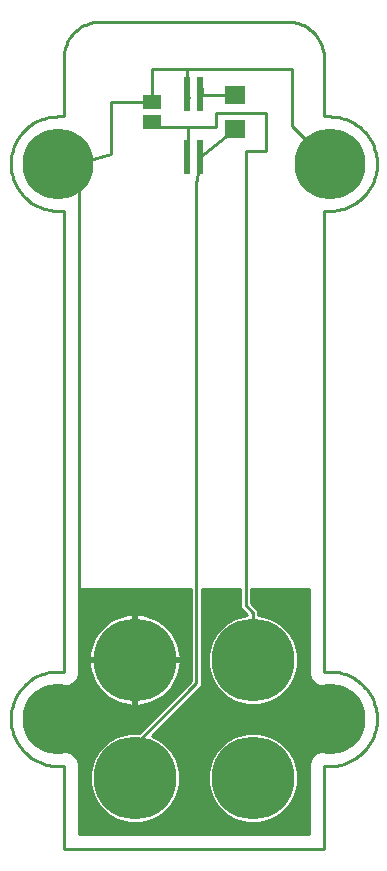
<source format=gtl>
G75*
%MOIN*%
%OFA0B0*%
%FSLAX24Y24*%
%IPPOS*%
%LPD*%
%AMOC8*
5,1,8,0,0,1.08239X$1,22.5*
%
%ADD10C,0.0100*%
%ADD11C,0.2756*%
%ADD12R,0.0710X0.0630*%
%ADD13R,0.0236X0.1181*%
%ADD14R,0.0591X0.0512*%
%ADD15C,0.2362*%
D10*
X001661Y004415D02*
X001904Y004275D01*
X002175Y004203D01*
X002315Y004193D01*
X002612Y004193D01*
X002795Y004117D01*
X002936Y003977D01*
X003012Y003793D01*
X003012Y001437D01*
X010674Y001437D01*
X010674Y003793D01*
X010750Y003977D01*
X010890Y004117D01*
X011074Y004193D01*
X011370Y004193D01*
X011511Y004203D01*
X011782Y004275D01*
X012025Y004415D01*
X012223Y004614D01*
X012363Y004857D01*
X012436Y005128D01*
X012436Y005408D01*
X012363Y005679D01*
X012223Y005922D01*
X012025Y006121D01*
X011782Y006261D01*
X011511Y006334D01*
X011370Y006343D01*
X011074Y006343D01*
X010890Y006419D01*
X010750Y006560D01*
X010674Y006743D01*
X010674Y009599D01*
X008755Y009599D01*
X008755Y009122D01*
X008886Y008991D01*
X008991Y008886D01*
X008991Y008745D01*
X009010Y008745D01*
X009393Y008642D01*
X009737Y008443D01*
X010018Y008163D01*
X010217Y007819D01*
X010319Y007435D01*
X010319Y007038D01*
X010217Y006655D01*
X010018Y006311D01*
X009737Y006030D01*
X009393Y005831D01*
X009010Y005729D01*
X008613Y005729D01*
X008229Y005831D01*
X007886Y006030D01*
X007605Y006311D01*
X007406Y006655D01*
X007303Y007038D01*
X007303Y007435D01*
X007406Y007819D01*
X007605Y008163D01*
X007886Y008443D01*
X008229Y008642D01*
X008613Y008745D01*
X008624Y008745D01*
X008395Y008973D01*
X008395Y009599D01*
X007102Y009599D01*
X007102Y006375D01*
X005437Y004710D01*
X005456Y004705D01*
X005800Y004506D01*
X006081Y004226D01*
X006280Y003882D01*
X006382Y003498D01*
X006382Y003101D01*
X006280Y002718D01*
X006081Y002374D01*
X005800Y002093D01*
X005456Y001894D01*
X005073Y001792D01*
X004676Y001792D01*
X004292Y001894D01*
X003949Y002093D01*
X003668Y002374D01*
X003469Y002718D01*
X003366Y003101D01*
X003366Y003498D01*
X003469Y003882D01*
X003668Y004226D01*
X003949Y004506D01*
X004292Y004705D01*
X004676Y004808D01*
X005025Y004808D01*
X006742Y006524D01*
X006742Y009599D01*
X003012Y009599D01*
X003024Y009638D01*
X003024Y023575D01*
X002827Y023772D01*
X002315Y023772D01*
X002315Y025347D02*
X002236Y025345D01*
X002158Y025339D01*
X002080Y025329D01*
X002003Y025316D01*
X001926Y025298D01*
X001851Y025277D01*
X001776Y025252D01*
X001703Y025223D01*
X001632Y025191D01*
X001562Y025155D01*
X001494Y025116D01*
X001428Y025073D01*
X001364Y025027D01*
X001303Y024979D01*
X001244Y024927D01*
X001188Y024872D01*
X001134Y024814D01*
X001084Y024754D01*
X001036Y024691D01*
X000992Y024627D01*
X000951Y024559D01*
X000913Y024491D01*
X000879Y024420D01*
X000849Y024347D01*
X000822Y024274D01*
X000799Y024199D01*
X000779Y024122D01*
X000764Y024045D01*
X000752Y023968D01*
X000744Y023890D01*
X000740Y023811D01*
X000740Y023733D01*
X000744Y023654D01*
X000752Y023576D01*
X000764Y023499D01*
X000779Y023422D01*
X000799Y023345D01*
X000822Y023270D01*
X000849Y023197D01*
X000879Y023124D01*
X000913Y023053D01*
X000951Y022984D01*
X000992Y022917D01*
X001036Y022853D01*
X001084Y022790D01*
X001134Y022730D01*
X001188Y022672D01*
X001244Y022617D01*
X001303Y022565D01*
X001364Y022517D01*
X001428Y022471D01*
X001494Y022428D01*
X001562Y022389D01*
X001632Y022353D01*
X001703Y022321D01*
X001776Y022292D01*
X001851Y022267D01*
X001926Y022246D01*
X002003Y022228D01*
X002080Y022215D01*
X002158Y022205D01*
X002236Y022199D01*
X002315Y022197D01*
X002512Y022197D01*
X002512Y006843D01*
X002315Y006843D01*
X002315Y006343D02*
X002175Y006334D01*
X001904Y006261D01*
X001661Y006121D01*
X001463Y005922D01*
X001322Y005679D01*
X001250Y005408D01*
X001250Y005128D01*
X001322Y004857D01*
X001463Y004614D01*
X001661Y004415D01*
X001714Y004385D02*
X003827Y004385D01*
X003729Y004286D02*
X001884Y004286D01*
X001593Y004483D02*
X003926Y004483D01*
X004080Y004582D02*
X001495Y004582D01*
X001424Y004680D02*
X004250Y004680D01*
X004569Y004779D02*
X001367Y004779D01*
X001317Y004877D02*
X005095Y004877D01*
X005194Y004976D02*
X001290Y004976D01*
X001264Y005074D02*
X005292Y005074D01*
X005391Y005173D02*
X001250Y005173D01*
X001250Y005271D02*
X005489Y005271D01*
X005588Y005370D02*
X001250Y005370D01*
X001266Y005468D02*
X005686Y005468D01*
X005785Y005567D02*
X001292Y005567D01*
X001319Y005665D02*
X005883Y005665D01*
X005982Y005764D02*
X005283Y005764D01*
X005246Y005753D02*
X005390Y005796D01*
X005528Y005854D01*
X005661Y005924D01*
X005786Y006008D01*
X005902Y006103D01*
X006008Y006209D01*
X006103Y006325D01*
X006187Y006450D01*
X006257Y006583D01*
X006315Y006721D01*
X006358Y006865D01*
X006388Y007012D01*
X006402Y007162D01*
X006402Y007187D01*
X004924Y007187D01*
X004924Y005709D01*
X004949Y005709D01*
X005099Y005723D01*
X005246Y005753D01*
X005545Y005862D02*
X006080Y005862D01*
X006179Y005961D02*
X005715Y005961D01*
X005849Y006059D02*
X006277Y006059D01*
X006376Y006158D02*
X005957Y006158D01*
X006047Y006256D02*
X006474Y006256D01*
X006573Y006355D02*
X006123Y006355D01*
X006188Y006453D02*
X006671Y006453D01*
X006742Y006552D02*
X006241Y006552D01*
X006285Y006650D02*
X006742Y006650D01*
X006742Y006749D02*
X006323Y006749D01*
X006353Y006847D02*
X006742Y006847D01*
X006742Y006946D02*
X006374Y006946D01*
X006391Y007044D02*
X006742Y007044D01*
X006742Y007143D02*
X006401Y007143D01*
X006402Y007287D02*
X006402Y007312D01*
X006388Y007461D01*
X006358Y007608D01*
X006315Y007752D01*
X006257Y007891D01*
X006187Y008023D01*
X006103Y008148D01*
X006008Y008264D01*
X005902Y008370D01*
X005786Y008465D01*
X005661Y008549D01*
X005528Y008620D01*
X005390Y008677D01*
X005246Y008721D01*
X005099Y008750D01*
X004949Y008765D01*
X004924Y008765D01*
X004924Y007287D01*
X004824Y007287D01*
X004824Y007187D01*
X003346Y007187D01*
X003346Y007162D01*
X003361Y007012D01*
X003390Y006865D01*
X003434Y006721D01*
X003491Y006583D01*
X003562Y006450D01*
X003646Y006325D01*
X003741Y006209D01*
X003847Y006103D01*
X003963Y006008D01*
X004088Y005924D01*
X004220Y005854D01*
X004359Y005796D01*
X004503Y005753D01*
X004650Y005723D01*
X004799Y005709D01*
X004824Y005709D01*
X004824Y007187D01*
X004924Y007187D01*
X004924Y007287D01*
X006402Y007287D01*
X006400Y007340D02*
X006742Y007340D01*
X006742Y007438D02*
X006390Y007438D01*
X006373Y007537D02*
X006742Y007537D01*
X006742Y007635D02*
X006350Y007635D01*
X006320Y007734D02*
X006742Y007734D01*
X006742Y007832D02*
X006281Y007832D01*
X006236Y007931D02*
X006742Y007931D01*
X006742Y008029D02*
X006182Y008029D01*
X006117Y008128D02*
X006742Y008128D01*
X006742Y008226D02*
X006039Y008226D01*
X005947Y008325D02*
X006742Y008325D01*
X006742Y008423D02*
X005837Y008423D01*
X005701Y008522D02*
X006742Y008522D01*
X006742Y008620D02*
X005526Y008620D01*
X005252Y008719D02*
X006742Y008719D01*
X006742Y008817D02*
X003012Y008817D01*
X003012Y008719D02*
X004497Y008719D01*
X004503Y008721D02*
X004359Y008677D01*
X004220Y008620D01*
X004088Y008549D01*
X003963Y008465D01*
X003847Y008370D01*
X003741Y008264D01*
X003646Y008148D01*
X003562Y008023D01*
X003491Y007891D01*
X003434Y007752D01*
X003390Y007608D01*
X003361Y007461D01*
X003346Y007312D01*
X003346Y007287D01*
X004824Y007287D01*
X004824Y008765D01*
X004799Y008765D01*
X004650Y008750D01*
X004503Y008721D01*
X004222Y008620D02*
X003012Y008620D01*
X003012Y008522D02*
X004048Y008522D01*
X003912Y008423D02*
X003012Y008423D01*
X003012Y008325D02*
X003802Y008325D01*
X003710Y008226D02*
X003012Y008226D01*
X003012Y008128D02*
X003632Y008128D01*
X003566Y008029D02*
X003012Y008029D01*
X003012Y007931D02*
X003513Y007931D01*
X003467Y007832D02*
X003012Y007832D01*
X003012Y007734D02*
X003429Y007734D01*
X003399Y007635D02*
X003012Y007635D01*
X003012Y007537D02*
X003376Y007537D01*
X003359Y007438D02*
X003012Y007438D01*
X003012Y007340D02*
X003349Y007340D01*
X003348Y007143D02*
X003012Y007143D01*
X003012Y007241D02*
X004824Y007241D01*
X004824Y007143D02*
X004924Y007143D01*
X004924Y007241D02*
X006742Y007241D01*
X007102Y007241D02*
X007303Y007241D01*
X007303Y007143D02*
X007102Y007143D01*
X007102Y007044D02*
X007303Y007044D01*
X007328Y006946D02*
X007102Y006946D01*
X007102Y006847D02*
X007355Y006847D01*
X007381Y006749D02*
X007102Y006749D01*
X007102Y006650D02*
X007409Y006650D01*
X007465Y006552D02*
X007102Y006552D01*
X007102Y006453D02*
X007522Y006453D01*
X007579Y006355D02*
X007082Y006355D01*
X006983Y006256D02*
X007659Y006256D01*
X007758Y006158D02*
X006885Y006158D01*
X006786Y006059D02*
X007856Y006059D01*
X008005Y005961D02*
X006688Y005961D01*
X006589Y005862D02*
X008176Y005862D01*
X008481Y005764D02*
X006491Y005764D01*
X006392Y005665D02*
X012367Y005665D01*
X012394Y005567D02*
X006294Y005567D01*
X006195Y005468D02*
X012420Y005468D01*
X012436Y005370D02*
X006097Y005370D01*
X005998Y005271D02*
X012436Y005271D01*
X012436Y005173D02*
X005900Y005173D01*
X005801Y005074D02*
X012422Y005074D01*
X012395Y004976D02*
X005703Y004976D01*
X005604Y004877D02*
X012369Y004877D01*
X012318Y004779D02*
X009117Y004779D01*
X009010Y004808D02*
X008613Y004808D01*
X008229Y004705D01*
X007886Y004506D01*
X007605Y004226D01*
X007406Y003882D01*
X007303Y003498D01*
X007303Y003101D01*
X007406Y002718D01*
X007605Y002374D01*
X007886Y002093D01*
X008229Y001894D01*
X008613Y001792D01*
X009010Y001792D01*
X009393Y001894D01*
X009737Y002093D01*
X010018Y002374D01*
X010217Y002718D01*
X010319Y003101D01*
X010319Y003498D01*
X010217Y003882D01*
X010018Y004226D01*
X009737Y004506D01*
X009393Y004705D01*
X009010Y004808D01*
X008506Y004779D02*
X005506Y004779D01*
X005499Y004680D02*
X008187Y004680D01*
X008017Y004582D02*
X005669Y004582D01*
X005823Y004483D02*
X007863Y004483D01*
X007764Y004385D02*
X005922Y004385D01*
X006020Y004286D02*
X007666Y004286D01*
X007583Y004188D02*
X006103Y004188D01*
X006160Y004089D02*
X007526Y004089D01*
X007469Y003991D02*
X006217Y003991D01*
X006273Y003892D02*
X007412Y003892D01*
X007383Y003794D02*
X006303Y003794D01*
X006330Y003695D02*
X007356Y003695D01*
X007330Y003597D02*
X006356Y003597D01*
X006382Y003498D02*
X007304Y003498D01*
X007303Y003400D02*
X006382Y003400D01*
X006382Y003301D02*
X007303Y003301D01*
X007303Y003203D02*
X006382Y003203D01*
X006382Y003104D02*
X007303Y003104D01*
X007329Y003006D02*
X006357Y003006D01*
X006330Y002907D02*
X007355Y002907D01*
X007382Y002809D02*
X006304Y002809D01*
X006275Y002710D02*
X007410Y002710D01*
X007467Y002612D02*
X006219Y002612D01*
X006162Y002513D02*
X007524Y002513D01*
X007581Y002415D02*
X006105Y002415D01*
X006024Y002316D02*
X007662Y002316D01*
X007761Y002218D02*
X005925Y002218D01*
X005827Y002119D02*
X007859Y002119D01*
X008010Y002021D02*
X005676Y002021D01*
X005505Y001922D02*
X008181Y001922D01*
X008493Y001824D02*
X005193Y001824D01*
X004556Y001824D02*
X003012Y001824D01*
X003012Y001922D02*
X004244Y001922D01*
X004073Y002021D02*
X003012Y002021D01*
X003012Y002119D02*
X003922Y002119D01*
X003824Y002218D02*
X003012Y002218D01*
X003012Y002316D02*
X003725Y002316D01*
X003644Y002415D02*
X003012Y002415D01*
X003012Y002513D02*
X003587Y002513D01*
X003530Y002612D02*
X003012Y002612D01*
X003012Y002710D02*
X003473Y002710D01*
X003445Y002809D02*
X003012Y002809D01*
X003012Y002907D02*
X003418Y002907D01*
X003392Y003006D02*
X003012Y003006D01*
X003012Y003104D02*
X003366Y003104D01*
X003366Y003203D02*
X003012Y003203D01*
X003012Y003301D02*
X003366Y003301D01*
X003366Y003400D02*
X003012Y003400D01*
X003012Y003498D02*
X003367Y003498D01*
X003393Y003597D02*
X003012Y003597D01*
X003012Y003695D02*
X003419Y003695D01*
X003446Y003794D02*
X003012Y003794D01*
X002971Y003892D02*
X003475Y003892D01*
X003532Y003991D02*
X002922Y003991D01*
X002823Y004089D02*
X003589Y004089D01*
X003646Y004188D02*
X002625Y004188D01*
X002512Y003693D02*
X002315Y003693D01*
X002512Y003693D02*
X002512Y000937D01*
X011174Y000937D01*
X011174Y003693D01*
X011370Y003693D01*
X011061Y004188D02*
X010040Y004188D01*
X010097Y004089D02*
X010863Y004089D01*
X010764Y003991D02*
X010154Y003991D01*
X010210Y003892D02*
X010715Y003892D01*
X010674Y003794D02*
X010240Y003794D01*
X010267Y003695D02*
X010674Y003695D01*
X010674Y003597D02*
X010293Y003597D01*
X010319Y003498D02*
X010674Y003498D01*
X010674Y003400D02*
X010319Y003400D01*
X010319Y003301D02*
X010674Y003301D01*
X010674Y003203D02*
X010319Y003203D01*
X010319Y003104D02*
X010674Y003104D01*
X010674Y003006D02*
X010294Y003006D01*
X010267Y002907D02*
X010674Y002907D01*
X010674Y002809D02*
X010241Y002809D01*
X010212Y002710D02*
X010674Y002710D01*
X010674Y002612D02*
X010156Y002612D01*
X010099Y002513D02*
X010674Y002513D01*
X010674Y002415D02*
X010042Y002415D01*
X009961Y002316D02*
X010674Y002316D01*
X010674Y002218D02*
X009862Y002218D01*
X009764Y002119D02*
X010674Y002119D01*
X010674Y002021D02*
X009613Y002021D01*
X009442Y001922D02*
X010674Y001922D01*
X010674Y001824D02*
X009130Y001824D01*
X009957Y004286D02*
X011801Y004286D01*
X011972Y004385D02*
X009859Y004385D01*
X009760Y004483D02*
X012093Y004483D01*
X012191Y004582D02*
X009606Y004582D01*
X009436Y004680D02*
X012262Y004680D01*
X012315Y005764D02*
X009142Y005764D01*
X009447Y005862D02*
X012258Y005862D01*
X012185Y005961D02*
X009618Y005961D01*
X009767Y006059D02*
X012086Y006059D01*
X011961Y006158D02*
X009865Y006158D01*
X009964Y006256D02*
X011790Y006256D01*
X011370Y006843D02*
X011174Y006843D01*
X011174Y022197D01*
X011370Y022197D01*
X011449Y022199D01*
X011527Y022205D01*
X011605Y022215D01*
X011682Y022228D01*
X011759Y022246D01*
X011834Y022267D01*
X011909Y022292D01*
X011982Y022321D01*
X012053Y022353D01*
X012123Y022389D01*
X012191Y022428D01*
X012257Y022471D01*
X012321Y022517D01*
X012382Y022565D01*
X012441Y022617D01*
X012497Y022672D01*
X012551Y022730D01*
X012601Y022790D01*
X012649Y022853D01*
X012693Y022917D01*
X012734Y022985D01*
X012772Y023053D01*
X012806Y023124D01*
X012836Y023197D01*
X012863Y023270D01*
X012886Y023345D01*
X012906Y023422D01*
X012921Y023499D01*
X012933Y023576D01*
X012941Y023654D01*
X012945Y023733D01*
X012945Y023811D01*
X012941Y023890D01*
X012933Y023968D01*
X012921Y024045D01*
X012906Y024122D01*
X012886Y024199D01*
X012863Y024274D01*
X012836Y024347D01*
X012806Y024420D01*
X012772Y024491D01*
X012734Y024560D01*
X012693Y024627D01*
X012649Y024691D01*
X012601Y024754D01*
X012551Y024814D01*
X012497Y024872D01*
X012441Y024927D01*
X012382Y024979D01*
X012321Y025027D01*
X012257Y025073D01*
X012191Y025116D01*
X012123Y025155D01*
X012053Y025191D01*
X011982Y025223D01*
X011909Y025252D01*
X011834Y025277D01*
X011759Y025298D01*
X011682Y025316D01*
X011605Y025329D01*
X011527Y025339D01*
X011449Y025345D01*
X011370Y025347D01*
X011174Y025347D01*
X011174Y027315D01*
X010111Y026922D02*
X010111Y025032D01*
X011370Y023772D01*
X010111Y026922D02*
X006617Y026922D01*
X005465Y026922D01*
X005465Y025839D01*
X004067Y025839D01*
X004067Y024107D01*
X002867Y023772D01*
X002827Y023772D01*
X002512Y025347D02*
X002315Y025347D01*
X002512Y025347D02*
X002512Y027315D01*
X002514Y027381D01*
X002519Y027447D01*
X002529Y027513D01*
X002542Y027578D01*
X002558Y027642D01*
X002578Y027705D01*
X002602Y027767D01*
X002629Y027827D01*
X002659Y027886D01*
X002693Y027943D01*
X002730Y027998D01*
X002770Y028051D01*
X002812Y028102D01*
X002858Y028150D01*
X002906Y028196D01*
X002957Y028238D01*
X003010Y028278D01*
X003065Y028315D01*
X003122Y028349D01*
X003181Y028379D01*
X003241Y028406D01*
X003303Y028430D01*
X003366Y028450D01*
X003430Y028466D01*
X003495Y028479D01*
X003561Y028489D01*
X003627Y028494D01*
X003693Y028496D01*
X009993Y028496D01*
X010059Y028494D01*
X010125Y028489D01*
X010191Y028479D01*
X010256Y028466D01*
X010320Y028450D01*
X010383Y028430D01*
X010445Y028406D01*
X010505Y028379D01*
X010564Y028349D01*
X010621Y028315D01*
X010676Y028278D01*
X010729Y028238D01*
X010780Y028196D01*
X010828Y028150D01*
X010874Y028102D01*
X010916Y028051D01*
X010956Y027998D01*
X010993Y027943D01*
X011027Y027886D01*
X011057Y027827D01*
X011084Y027767D01*
X011108Y027705D01*
X011128Y027642D01*
X011144Y027578D01*
X011157Y027513D01*
X011167Y027447D01*
X011172Y027381D01*
X011174Y027315D01*
X009244Y025465D02*
X009244Y024205D01*
X008575Y024205D01*
X008575Y009048D01*
X008811Y008811D01*
X008811Y007237D01*
X008517Y008719D02*
X007102Y008719D01*
X007102Y008817D02*
X008551Y008817D01*
X008452Y008916D02*
X007102Y008916D01*
X007102Y009014D02*
X008395Y009014D01*
X008395Y009113D02*
X007102Y009113D01*
X007102Y009211D02*
X008395Y009211D01*
X008395Y009310D02*
X007102Y009310D01*
X007102Y009408D02*
X008395Y009408D01*
X008395Y009507D02*
X007102Y009507D01*
X006742Y009507D02*
X003012Y009507D01*
X003012Y009599D02*
X003012Y006743D01*
X002936Y006560D01*
X002795Y006419D01*
X002612Y006343D01*
X002315Y006343D01*
X002641Y006355D02*
X003626Y006355D01*
X003561Y006453D02*
X002830Y006453D01*
X002928Y006552D02*
X003508Y006552D01*
X003463Y006650D02*
X002974Y006650D01*
X003012Y006749D02*
X003426Y006749D01*
X003396Y006847D02*
X003012Y006847D01*
X003012Y006946D02*
X003374Y006946D01*
X003358Y007044D02*
X003012Y007044D01*
X003702Y006256D02*
X001896Y006256D01*
X001725Y006158D02*
X003792Y006158D01*
X003900Y006059D02*
X001600Y006059D01*
X001501Y005961D02*
X004033Y005961D01*
X004204Y005862D02*
X001428Y005862D01*
X001371Y005764D02*
X004466Y005764D01*
X004824Y005764D02*
X004924Y005764D01*
X004924Y005862D02*
X004824Y005862D01*
X004824Y005961D02*
X004924Y005961D01*
X004924Y006059D02*
X004824Y006059D01*
X004824Y006158D02*
X004924Y006158D01*
X004924Y006256D02*
X004824Y006256D01*
X004824Y006355D02*
X004924Y006355D01*
X004924Y006453D02*
X004824Y006453D01*
X004824Y006552D02*
X004924Y006552D01*
X004924Y006650D02*
X004824Y006650D01*
X004824Y006749D02*
X004924Y006749D01*
X004924Y006847D02*
X004824Y006847D01*
X004824Y006946D02*
X004924Y006946D01*
X004924Y007044D02*
X004824Y007044D01*
X004824Y007340D02*
X004924Y007340D01*
X004924Y007438D02*
X004824Y007438D01*
X004824Y007537D02*
X004924Y007537D01*
X004924Y007635D02*
X004824Y007635D01*
X004824Y007734D02*
X004924Y007734D01*
X004924Y007832D02*
X004824Y007832D01*
X004824Y007931D02*
X004924Y007931D01*
X004924Y008029D02*
X004824Y008029D01*
X004824Y008128D02*
X004924Y008128D01*
X004924Y008226D02*
X004824Y008226D01*
X004824Y008325D02*
X004924Y008325D01*
X004924Y008423D02*
X004824Y008423D01*
X004824Y008522D02*
X004924Y008522D01*
X004924Y008620D02*
X004824Y008620D01*
X004824Y008719D02*
X004924Y008719D01*
X006742Y008916D02*
X003012Y008916D01*
X003012Y009014D02*
X006742Y009014D01*
X006742Y009113D02*
X003012Y009113D01*
X003012Y009211D02*
X006742Y009211D01*
X006742Y009310D02*
X003012Y009310D01*
X003012Y009408D02*
X006742Y009408D01*
X007102Y008620D02*
X008192Y008620D01*
X008022Y008522D02*
X007102Y008522D01*
X007102Y008423D02*
X007866Y008423D01*
X007767Y008325D02*
X007102Y008325D01*
X007102Y008226D02*
X007669Y008226D01*
X007585Y008128D02*
X007102Y008128D01*
X007102Y008029D02*
X007528Y008029D01*
X007471Y007931D02*
X007102Y007931D01*
X007102Y007832D02*
X007414Y007832D01*
X007384Y007734D02*
X007102Y007734D01*
X007102Y007635D02*
X007357Y007635D01*
X007331Y007537D02*
X007102Y007537D01*
X007102Y007438D02*
X007304Y007438D01*
X007303Y007340D02*
X007102Y007340D01*
X006922Y006449D02*
X004874Y004402D01*
X004874Y003300D01*
X003012Y001725D02*
X010674Y001725D01*
X010674Y001627D02*
X003012Y001627D01*
X003012Y001528D02*
X010674Y001528D01*
X011370Y003693D02*
X011449Y003695D01*
X011527Y003701D01*
X011605Y003711D01*
X011682Y003724D01*
X011759Y003742D01*
X011834Y003763D01*
X011909Y003788D01*
X011982Y003817D01*
X012053Y003849D01*
X012123Y003885D01*
X012191Y003924D01*
X012257Y003967D01*
X012321Y004013D01*
X012382Y004061D01*
X012441Y004113D01*
X012497Y004168D01*
X012551Y004226D01*
X012601Y004286D01*
X012649Y004349D01*
X012693Y004413D01*
X012734Y004481D01*
X012772Y004549D01*
X012806Y004620D01*
X012836Y004693D01*
X012863Y004766D01*
X012886Y004841D01*
X012906Y004918D01*
X012921Y004995D01*
X012933Y005072D01*
X012941Y005150D01*
X012945Y005229D01*
X012945Y005307D01*
X012941Y005386D01*
X012933Y005464D01*
X012921Y005541D01*
X012906Y005618D01*
X012886Y005695D01*
X012863Y005770D01*
X012836Y005843D01*
X012806Y005916D01*
X012772Y005987D01*
X012734Y006056D01*
X012693Y006123D01*
X012649Y006187D01*
X012601Y006250D01*
X012551Y006310D01*
X012497Y006368D01*
X012441Y006423D01*
X012382Y006475D01*
X012321Y006523D01*
X012257Y006569D01*
X012191Y006612D01*
X012123Y006651D01*
X012053Y006687D01*
X011982Y006719D01*
X011909Y006748D01*
X011834Y006773D01*
X011759Y006794D01*
X011682Y006812D01*
X011605Y006825D01*
X011527Y006835D01*
X011449Y006841D01*
X011370Y006843D01*
X011045Y006355D02*
X010044Y006355D01*
X010100Y006453D02*
X010856Y006453D01*
X010758Y006552D02*
X010157Y006552D01*
X010214Y006650D02*
X010712Y006650D01*
X010674Y006749D02*
X010242Y006749D01*
X010268Y006847D02*
X010674Y006847D01*
X010674Y006946D02*
X010295Y006946D01*
X010319Y007044D02*
X010674Y007044D01*
X010674Y007143D02*
X010319Y007143D01*
X010319Y007241D02*
X010674Y007241D01*
X010674Y007340D02*
X010319Y007340D01*
X010318Y007438D02*
X010674Y007438D01*
X010674Y007537D02*
X010292Y007537D01*
X010266Y007635D02*
X010674Y007635D01*
X010674Y007734D02*
X010239Y007734D01*
X010209Y007832D02*
X010674Y007832D01*
X010674Y007931D02*
X010152Y007931D01*
X010095Y008029D02*
X010674Y008029D01*
X010674Y008128D02*
X010038Y008128D01*
X009954Y008226D02*
X010674Y008226D01*
X010674Y008325D02*
X009856Y008325D01*
X009757Y008423D02*
X010674Y008423D01*
X010674Y008522D02*
X009601Y008522D01*
X009430Y008620D02*
X010674Y008620D01*
X010674Y008719D02*
X009106Y008719D01*
X008991Y008817D02*
X010674Y008817D01*
X010674Y008916D02*
X008961Y008916D01*
X008863Y009014D02*
X010674Y009014D01*
X010674Y009113D02*
X008764Y009113D01*
X008755Y009211D02*
X010674Y009211D01*
X010674Y009310D02*
X008755Y009310D01*
X008755Y009408D02*
X010674Y009408D01*
X010674Y009507D02*
X008755Y009507D01*
X006922Y006449D02*
X006922Y023103D01*
X007079Y024048D01*
X007050Y024008D01*
X008221Y024944D01*
X008221Y026064D02*
X007119Y026064D01*
X007119Y026016D01*
X007050Y026095D01*
X007119Y026064D02*
X007119Y026292D01*
X006685Y025977D02*
X006617Y026095D01*
X006617Y026922D01*
X006646Y024993D02*
X005229Y024993D01*
X005465Y025170D01*
X006646Y024087D02*
X006617Y024008D01*
X006646Y024087D02*
X006646Y024993D01*
X007591Y024993D01*
X007591Y025465D01*
X009244Y025465D01*
X002315Y006843D02*
X002236Y006841D01*
X002158Y006835D01*
X002080Y006825D01*
X002003Y006812D01*
X001926Y006794D01*
X001851Y006773D01*
X001776Y006748D01*
X001703Y006719D01*
X001632Y006687D01*
X001562Y006651D01*
X001494Y006612D01*
X001428Y006569D01*
X001364Y006523D01*
X001303Y006475D01*
X001244Y006423D01*
X001188Y006368D01*
X001134Y006310D01*
X001084Y006250D01*
X001036Y006187D01*
X000992Y006123D01*
X000951Y006055D01*
X000913Y005987D01*
X000879Y005916D01*
X000849Y005843D01*
X000822Y005770D01*
X000799Y005695D01*
X000779Y005618D01*
X000764Y005541D01*
X000752Y005464D01*
X000744Y005386D01*
X000740Y005307D01*
X000740Y005229D01*
X000744Y005150D01*
X000752Y005072D01*
X000764Y004995D01*
X000779Y004918D01*
X000799Y004841D01*
X000822Y004766D01*
X000849Y004693D01*
X000879Y004620D01*
X000913Y004549D01*
X000951Y004480D01*
X000992Y004413D01*
X001036Y004349D01*
X001084Y004286D01*
X001134Y004226D01*
X001188Y004168D01*
X001244Y004113D01*
X001303Y004061D01*
X001364Y004013D01*
X001428Y003967D01*
X001494Y003924D01*
X001562Y003885D01*
X001632Y003849D01*
X001703Y003817D01*
X001776Y003788D01*
X001851Y003763D01*
X001926Y003742D01*
X002003Y003724D01*
X002080Y003711D01*
X002158Y003701D01*
X002236Y003695D01*
X002315Y003693D01*
D11*
X004874Y003300D03*
X004874Y007237D03*
X008811Y007237D03*
X008811Y003300D03*
D12*
X008221Y024944D03*
X008221Y026064D03*
D13*
X007050Y026095D03*
X006617Y026095D03*
X006617Y024008D03*
X007050Y024008D03*
D14*
X005465Y025170D03*
X005465Y025839D03*
D15*
X002315Y023772D03*
X011370Y023772D03*
X011370Y005268D03*
X002315Y005268D03*
M02*

</source>
